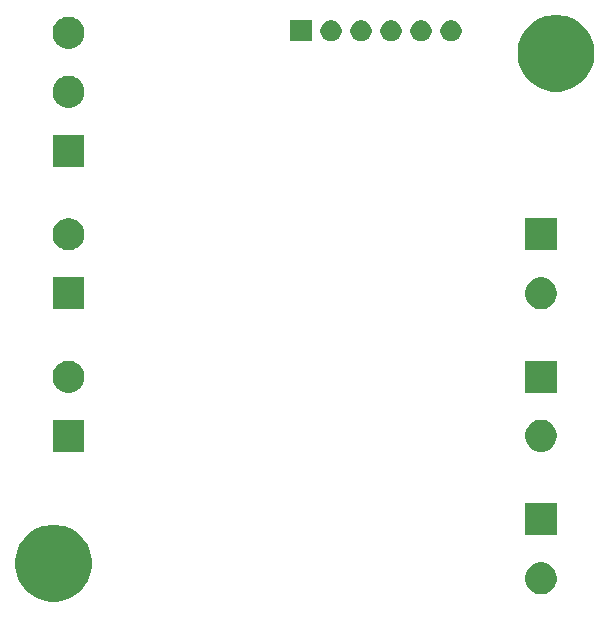
<source format=gbr>
G04 #@! TF.GenerationSoftware,KiCad,Pcbnew,(5.1.5)-3*
G04 #@! TF.CreationDate,2020-06-25T10:52:07+02:00*
G04 #@! TF.ProjectId,VacTool,56616354-6f6f-46c2-9e6b-696361645f70,v0.0*
G04 #@! TF.SameCoordinates,Original*
G04 #@! TF.FileFunction,Soldermask,Bot*
G04 #@! TF.FilePolarity,Negative*
%FSLAX46Y46*%
G04 Gerber Fmt 4.6, Leading zero omitted, Abs format (unit mm)*
G04 Created by KiCad (PCBNEW (5.1.5)-3) date 2020-06-25 10:52:07*
%MOMM*%
%LPD*%
G04 APERTURE LIST*
%ADD10C,0.100000*%
G04 APERTURE END LIST*
D10*
G36*
X128904239Y-116191467D02*
G01*
X129218282Y-116253934D01*
X129809926Y-116499001D01*
X130342392Y-116854784D01*
X130795216Y-117307608D01*
X131150999Y-117840074D01*
X131396066Y-118431718D01*
X131396066Y-118431719D01*
X131521000Y-119059803D01*
X131521000Y-119700197D01*
X131459364Y-120010061D01*
X131396066Y-120328282D01*
X131150999Y-120919926D01*
X130795216Y-121452392D01*
X130342392Y-121905216D01*
X129809926Y-122260999D01*
X129218282Y-122506066D01*
X128904239Y-122568533D01*
X128590197Y-122631000D01*
X127949803Y-122631000D01*
X127635761Y-122568533D01*
X127321718Y-122506066D01*
X126730074Y-122260999D01*
X126197608Y-121905216D01*
X125744784Y-121452392D01*
X125389001Y-120919926D01*
X125143934Y-120328282D01*
X125080636Y-120010061D01*
X125019000Y-119700197D01*
X125019000Y-119059803D01*
X125143934Y-118431719D01*
X125143934Y-118431718D01*
X125389001Y-117840074D01*
X125744784Y-117307608D01*
X126197608Y-116854784D01*
X126730074Y-116499001D01*
X127321718Y-116253934D01*
X127635761Y-116191467D01*
X127949803Y-116129000D01*
X128590197Y-116129000D01*
X128904239Y-116191467D01*
G37*
G36*
X169939072Y-119350918D02*
G01*
X170116523Y-119424420D01*
X170184939Y-119452759D01*
X170272928Y-119511552D01*
X170406211Y-119600609D01*
X170594391Y-119788789D01*
X170742242Y-120010063D01*
X170844082Y-120255928D01*
X170896000Y-120516937D01*
X170896000Y-120783063D01*
X170868777Y-120919924D01*
X170844082Y-121044072D01*
X170742241Y-121289939D01*
X170716141Y-121329000D01*
X170606891Y-121492504D01*
X170594390Y-121511212D01*
X170406212Y-121699390D01*
X170184939Y-121847241D01*
X170184938Y-121847242D01*
X170184937Y-121847242D01*
X169939072Y-121949082D01*
X169678063Y-122001000D01*
X169411937Y-122001000D01*
X169150928Y-121949082D01*
X168905063Y-121847242D01*
X168905062Y-121847242D01*
X168905061Y-121847241D01*
X168683788Y-121699390D01*
X168495610Y-121511212D01*
X168483110Y-121492504D01*
X168373859Y-121329000D01*
X168347759Y-121289939D01*
X168245918Y-121044072D01*
X168221223Y-120919924D01*
X168194000Y-120783063D01*
X168194000Y-120516937D01*
X168245918Y-120255928D01*
X168347758Y-120010063D01*
X168495609Y-119788789D01*
X168683789Y-119600609D01*
X168817072Y-119511552D01*
X168905061Y-119452759D01*
X168973478Y-119424420D01*
X169150928Y-119350918D01*
X169411937Y-119299000D01*
X169678063Y-119299000D01*
X169939072Y-119350918D01*
G37*
G36*
X170896000Y-117001000D02*
G01*
X168194000Y-117001000D01*
X168194000Y-114299000D01*
X170896000Y-114299000D01*
X170896000Y-117001000D01*
G37*
G36*
X130891000Y-109936000D02*
G01*
X128189000Y-109936000D01*
X128189000Y-107234000D01*
X130891000Y-107234000D01*
X130891000Y-109936000D01*
G37*
G36*
X169939072Y-107285918D02*
G01*
X170184939Y-107387759D01*
X170406212Y-107535610D01*
X170594390Y-107723788D01*
X170742241Y-107945061D01*
X170844082Y-108190928D01*
X170896000Y-108451938D01*
X170896000Y-108718062D01*
X170844082Y-108979072D01*
X170742241Y-109224939D01*
X170594390Y-109446212D01*
X170406212Y-109634390D01*
X170184939Y-109782241D01*
X170184938Y-109782242D01*
X170184937Y-109782242D01*
X169939072Y-109884082D01*
X169678063Y-109936000D01*
X169411937Y-109936000D01*
X169150928Y-109884082D01*
X168905063Y-109782242D01*
X168905062Y-109782242D01*
X168905061Y-109782241D01*
X168683788Y-109634390D01*
X168495610Y-109446212D01*
X168347759Y-109224939D01*
X168245918Y-108979072D01*
X168194000Y-108718062D01*
X168194000Y-108451938D01*
X168245918Y-108190928D01*
X168347759Y-107945061D01*
X168495610Y-107723788D01*
X168683788Y-107535610D01*
X168905061Y-107387759D01*
X169150928Y-107285918D01*
X169411937Y-107234000D01*
X169678063Y-107234000D01*
X169939072Y-107285918D01*
G37*
G36*
X170896000Y-104936000D02*
G01*
X168194000Y-104936000D01*
X168194000Y-102234000D01*
X170896000Y-102234000D01*
X170896000Y-104936000D01*
G37*
G36*
X129934072Y-102285918D02*
G01*
X130179939Y-102387759D01*
X130401212Y-102535610D01*
X130589390Y-102723788D01*
X130737241Y-102945061D01*
X130839082Y-103190928D01*
X130891000Y-103451938D01*
X130891000Y-103718062D01*
X130839082Y-103979072D01*
X130737241Y-104224939D01*
X130589390Y-104446212D01*
X130401212Y-104634390D01*
X130179939Y-104782241D01*
X130179938Y-104782242D01*
X130179937Y-104782242D01*
X129934072Y-104884082D01*
X129673063Y-104936000D01*
X129406937Y-104936000D01*
X129145928Y-104884082D01*
X128900063Y-104782242D01*
X128900062Y-104782242D01*
X128900061Y-104782241D01*
X128678788Y-104634390D01*
X128490610Y-104446212D01*
X128342759Y-104224939D01*
X128240918Y-103979072D01*
X128189000Y-103718062D01*
X128189000Y-103451938D01*
X128240918Y-103190928D01*
X128342759Y-102945061D01*
X128490610Y-102723788D01*
X128678788Y-102535610D01*
X128900061Y-102387759D01*
X129145928Y-102285918D01*
X129406937Y-102234000D01*
X129673063Y-102234000D01*
X129934072Y-102285918D01*
G37*
G36*
X130891000Y-97871000D02*
G01*
X128189000Y-97871000D01*
X128189000Y-95169000D01*
X130891000Y-95169000D01*
X130891000Y-97871000D01*
G37*
G36*
X169939072Y-95220918D02*
G01*
X170184939Y-95322759D01*
X170406212Y-95470610D01*
X170594390Y-95658788D01*
X170742241Y-95880061D01*
X170844082Y-96125928D01*
X170896000Y-96386938D01*
X170896000Y-96653062D01*
X170844082Y-96914072D01*
X170742241Y-97159939D01*
X170594390Y-97381212D01*
X170406212Y-97569390D01*
X170184939Y-97717241D01*
X170184938Y-97717242D01*
X170184937Y-97717242D01*
X169939072Y-97819082D01*
X169678063Y-97871000D01*
X169411937Y-97871000D01*
X169150928Y-97819082D01*
X168905063Y-97717242D01*
X168905062Y-97717242D01*
X168905061Y-97717241D01*
X168683788Y-97569390D01*
X168495610Y-97381212D01*
X168347759Y-97159939D01*
X168245918Y-96914072D01*
X168194000Y-96653062D01*
X168194000Y-96386938D01*
X168245918Y-96125928D01*
X168347759Y-95880061D01*
X168495610Y-95658788D01*
X168683788Y-95470610D01*
X168905061Y-95322759D01*
X169150928Y-95220918D01*
X169411937Y-95169000D01*
X169678063Y-95169000D01*
X169939072Y-95220918D01*
G37*
G36*
X129934072Y-90220918D02*
G01*
X130179939Y-90322759D01*
X130401212Y-90470610D01*
X130589390Y-90658788D01*
X130737241Y-90880061D01*
X130839082Y-91125928D01*
X130891000Y-91386938D01*
X130891000Y-91653062D01*
X130839082Y-91914072D01*
X130737241Y-92159939D01*
X130589390Y-92381212D01*
X130401212Y-92569390D01*
X130179939Y-92717241D01*
X130179938Y-92717242D01*
X130179937Y-92717242D01*
X129934072Y-92819082D01*
X129673063Y-92871000D01*
X129406937Y-92871000D01*
X129145928Y-92819082D01*
X128900063Y-92717242D01*
X128900062Y-92717242D01*
X128900061Y-92717241D01*
X128678788Y-92569390D01*
X128490610Y-92381212D01*
X128342759Y-92159939D01*
X128240918Y-91914072D01*
X128189000Y-91653062D01*
X128189000Y-91386938D01*
X128240918Y-91125928D01*
X128342759Y-90880061D01*
X128490610Y-90658788D01*
X128678788Y-90470610D01*
X128900061Y-90322759D01*
X129145928Y-90220918D01*
X129406937Y-90169000D01*
X129673063Y-90169000D01*
X129934072Y-90220918D01*
G37*
G36*
X170896000Y-92871000D02*
G01*
X168194000Y-92871000D01*
X168194000Y-90169000D01*
X170896000Y-90169000D01*
X170896000Y-92871000D01*
G37*
G36*
X130891000Y-85806000D02*
G01*
X128189000Y-85806000D01*
X128189000Y-83104000D01*
X130891000Y-83104000D01*
X130891000Y-85806000D01*
G37*
G36*
X129899293Y-78149000D02*
G01*
X129934072Y-78155918D01*
X130179939Y-78257759D01*
X130238258Y-78296727D01*
X130401211Y-78405609D01*
X130589391Y-78593789D01*
X130737242Y-78815063D01*
X130793264Y-78950314D01*
X130839082Y-79060928D01*
X130891000Y-79321938D01*
X130891000Y-79588062D01*
X130839082Y-79849072D01*
X130737241Y-80094939D01*
X130589390Y-80316212D01*
X130401212Y-80504390D01*
X130179939Y-80652241D01*
X130179938Y-80652242D01*
X130179937Y-80652242D01*
X129934072Y-80754082D01*
X129673063Y-80806000D01*
X129406937Y-80806000D01*
X129145928Y-80754082D01*
X128900063Y-80652242D01*
X128900062Y-80652242D01*
X128900061Y-80652241D01*
X128678788Y-80504390D01*
X128490610Y-80316212D01*
X128342759Y-80094939D01*
X128240918Y-79849072D01*
X128189000Y-79588062D01*
X128189000Y-79321938D01*
X128240918Y-79060928D01*
X128286736Y-78950314D01*
X128342758Y-78815063D01*
X128490609Y-78593789D01*
X128678789Y-78405609D01*
X128841742Y-78296727D01*
X128900061Y-78257759D01*
X129145928Y-78155918D01*
X129180707Y-78149000D01*
X129406937Y-78104000D01*
X129673063Y-78104000D01*
X129899293Y-78149000D01*
G37*
G36*
X171449239Y-73011467D02*
G01*
X171763282Y-73073934D01*
X172354926Y-73319001D01*
X172887392Y-73674784D01*
X173340216Y-74127608D01*
X173695999Y-74660074D01*
X173941066Y-75251718D01*
X173991326Y-75504390D01*
X174066000Y-75879803D01*
X174066000Y-76520197D01*
X174003533Y-76834239D01*
X173941066Y-77148282D01*
X173695999Y-77739926D01*
X173452732Y-78104000D01*
X173349994Y-78257759D01*
X173340216Y-78272392D01*
X172887392Y-78725216D01*
X172354926Y-79080999D01*
X171763282Y-79326066D01*
X171449239Y-79388533D01*
X171135197Y-79451000D01*
X170494803Y-79451000D01*
X170180761Y-79388533D01*
X169866718Y-79326066D01*
X169275074Y-79080999D01*
X168742608Y-78725216D01*
X168289784Y-78272392D01*
X168280007Y-78257759D01*
X168177268Y-78104000D01*
X167934001Y-77739926D01*
X167688934Y-77148282D01*
X167626467Y-76834239D01*
X167564000Y-76520197D01*
X167564000Y-75879803D01*
X167638674Y-75504390D01*
X167688934Y-75251718D01*
X167934001Y-74660074D01*
X168289784Y-74127608D01*
X168742608Y-73674784D01*
X169275074Y-73319001D01*
X169866718Y-73073934D01*
X170180761Y-73011467D01*
X170494803Y-72949000D01*
X171135197Y-72949000D01*
X171449239Y-73011467D01*
G37*
G36*
X129934072Y-73155918D02*
G01*
X130179939Y-73257759D01*
X130271593Y-73319001D01*
X130401211Y-73405609D01*
X130589391Y-73593789D01*
X130737242Y-73815063D01*
X130839082Y-74060928D01*
X130891000Y-74321937D01*
X130891000Y-74588063D01*
X130864401Y-74721784D01*
X130839082Y-74849072D01*
X130737241Y-75094939D01*
X130589390Y-75316212D01*
X130401212Y-75504390D01*
X130179939Y-75652241D01*
X130179938Y-75652242D01*
X130179937Y-75652242D01*
X129934072Y-75754082D01*
X129673063Y-75806000D01*
X129406937Y-75806000D01*
X129145928Y-75754082D01*
X128900063Y-75652242D01*
X128900062Y-75652242D01*
X128900061Y-75652241D01*
X128678788Y-75504390D01*
X128490610Y-75316212D01*
X128342759Y-75094939D01*
X128240918Y-74849072D01*
X128215599Y-74721784D01*
X128189000Y-74588063D01*
X128189000Y-74321937D01*
X128240918Y-74060928D01*
X128342758Y-73815063D01*
X128490609Y-73593789D01*
X128678789Y-73405609D01*
X128808407Y-73319001D01*
X128900061Y-73257759D01*
X129145928Y-73155918D01*
X129406937Y-73104000D01*
X129673063Y-73104000D01*
X129934072Y-73155918D01*
G37*
G36*
X159498512Y-73398927D02*
G01*
X159647812Y-73428624D01*
X159811784Y-73496544D01*
X159959354Y-73595147D01*
X160084853Y-73720646D01*
X160183456Y-73868216D01*
X160251376Y-74032188D01*
X160286000Y-74206259D01*
X160286000Y-74383741D01*
X160251376Y-74557812D01*
X160183456Y-74721784D01*
X160084853Y-74869354D01*
X159959354Y-74994853D01*
X159811784Y-75093456D01*
X159647812Y-75161376D01*
X159498512Y-75191073D01*
X159473742Y-75196000D01*
X159296258Y-75196000D01*
X159271488Y-75191073D01*
X159122188Y-75161376D01*
X158958216Y-75093456D01*
X158810646Y-74994853D01*
X158685147Y-74869354D01*
X158586544Y-74721784D01*
X158518624Y-74557812D01*
X158484000Y-74383741D01*
X158484000Y-74206259D01*
X158518624Y-74032188D01*
X158586544Y-73868216D01*
X158685147Y-73720646D01*
X158810646Y-73595147D01*
X158958216Y-73496544D01*
X159122188Y-73428624D01*
X159271488Y-73398927D01*
X159296258Y-73394000D01*
X159473742Y-73394000D01*
X159498512Y-73398927D01*
G37*
G36*
X150126000Y-75196000D02*
G01*
X148324000Y-75196000D01*
X148324000Y-73394000D01*
X150126000Y-73394000D01*
X150126000Y-75196000D01*
G37*
G36*
X151878512Y-73398927D02*
G01*
X152027812Y-73428624D01*
X152191784Y-73496544D01*
X152339354Y-73595147D01*
X152464853Y-73720646D01*
X152563456Y-73868216D01*
X152631376Y-74032188D01*
X152666000Y-74206259D01*
X152666000Y-74383741D01*
X152631376Y-74557812D01*
X152563456Y-74721784D01*
X152464853Y-74869354D01*
X152339354Y-74994853D01*
X152191784Y-75093456D01*
X152027812Y-75161376D01*
X151878512Y-75191073D01*
X151853742Y-75196000D01*
X151676258Y-75196000D01*
X151651488Y-75191073D01*
X151502188Y-75161376D01*
X151338216Y-75093456D01*
X151190646Y-74994853D01*
X151065147Y-74869354D01*
X150966544Y-74721784D01*
X150898624Y-74557812D01*
X150864000Y-74383741D01*
X150864000Y-74206259D01*
X150898624Y-74032188D01*
X150966544Y-73868216D01*
X151065147Y-73720646D01*
X151190646Y-73595147D01*
X151338216Y-73496544D01*
X151502188Y-73428624D01*
X151651488Y-73398927D01*
X151676258Y-73394000D01*
X151853742Y-73394000D01*
X151878512Y-73398927D01*
G37*
G36*
X154418512Y-73398927D02*
G01*
X154567812Y-73428624D01*
X154731784Y-73496544D01*
X154879354Y-73595147D01*
X155004853Y-73720646D01*
X155103456Y-73868216D01*
X155171376Y-74032188D01*
X155206000Y-74206259D01*
X155206000Y-74383741D01*
X155171376Y-74557812D01*
X155103456Y-74721784D01*
X155004853Y-74869354D01*
X154879354Y-74994853D01*
X154731784Y-75093456D01*
X154567812Y-75161376D01*
X154418512Y-75191073D01*
X154393742Y-75196000D01*
X154216258Y-75196000D01*
X154191488Y-75191073D01*
X154042188Y-75161376D01*
X153878216Y-75093456D01*
X153730646Y-74994853D01*
X153605147Y-74869354D01*
X153506544Y-74721784D01*
X153438624Y-74557812D01*
X153404000Y-74383741D01*
X153404000Y-74206259D01*
X153438624Y-74032188D01*
X153506544Y-73868216D01*
X153605147Y-73720646D01*
X153730646Y-73595147D01*
X153878216Y-73496544D01*
X154042188Y-73428624D01*
X154191488Y-73398927D01*
X154216258Y-73394000D01*
X154393742Y-73394000D01*
X154418512Y-73398927D01*
G37*
G36*
X156958512Y-73398927D02*
G01*
X157107812Y-73428624D01*
X157271784Y-73496544D01*
X157419354Y-73595147D01*
X157544853Y-73720646D01*
X157643456Y-73868216D01*
X157711376Y-74032188D01*
X157746000Y-74206259D01*
X157746000Y-74383741D01*
X157711376Y-74557812D01*
X157643456Y-74721784D01*
X157544853Y-74869354D01*
X157419354Y-74994853D01*
X157271784Y-75093456D01*
X157107812Y-75161376D01*
X156958512Y-75191073D01*
X156933742Y-75196000D01*
X156756258Y-75196000D01*
X156731488Y-75191073D01*
X156582188Y-75161376D01*
X156418216Y-75093456D01*
X156270646Y-74994853D01*
X156145147Y-74869354D01*
X156046544Y-74721784D01*
X155978624Y-74557812D01*
X155944000Y-74383741D01*
X155944000Y-74206259D01*
X155978624Y-74032188D01*
X156046544Y-73868216D01*
X156145147Y-73720646D01*
X156270646Y-73595147D01*
X156418216Y-73496544D01*
X156582188Y-73428624D01*
X156731488Y-73398927D01*
X156756258Y-73394000D01*
X156933742Y-73394000D01*
X156958512Y-73398927D01*
G37*
G36*
X162038512Y-73398927D02*
G01*
X162187812Y-73428624D01*
X162351784Y-73496544D01*
X162499354Y-73595147D01*
X162624853Y-73720646D01*
X162723456Y-73868216D01*
X162791376Y-74032188D01*
X162826000Y-74206259D01*
X162826000Y-74383741D01*
X162791376Y-74557812D01*
X162723456Y-74721784D01*
X162624853Y-74869354D01*
X162499354Y-74994853D01*
X162351784Y-75093456D01*
X162187812Y-75161376D01*
X162038512Y-75191073D01*
X162013742Y-75196000D01*
X161836258Y-75196000D01*
X161811488Y-75191073D01*
X161662188Y-75161376D01*
X161498216Y-75093456D01*
X161350646Y-74994853D01*
X161225147Y-74869354D01*
X161126544Y-74721784D01*
X161058624Y-74557812D01*
X161024000Y-74383741D01*
X161024000Y-74206259D01*
X161058624Y-74032188D01*
X161126544Y-73868216D01*
X161225147Y-73720646D01*
X161350646Y-73595147D01*
X161498216Y-73496544D01*
X161662188Y-73428624D01*
X161811488Y-73398927D01*
X161836258Y-73394000D01*
X162013742Y-73394000D01*
X162038512Y-73398927D01*
G37*
M02*

</source>
